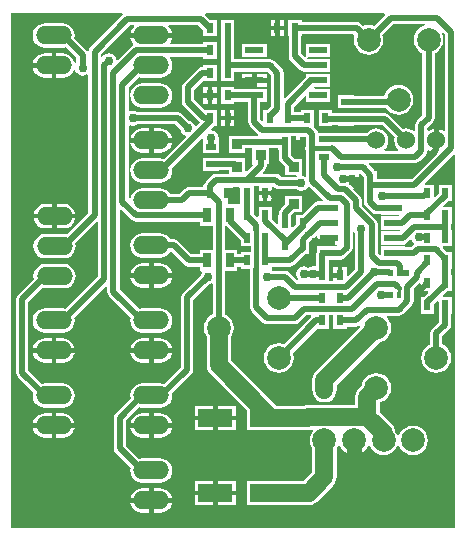
<source format=gtl>
G04 Layer_Physical_Order=1*
G04 Layer_Color=255*
%FSLAX43Y43*%
%MOMM*%
G71*
G01*
G75*
%ADD10R,0.900X0.900*%
%ADD11R,0.420X0.600*%
%ADD12R,1.550X0.600*%
%ADD13R,0.950X0.900*%
%ADD14R,0.889X0.610*%
%ADD15R,0.610X0.889*%
%ADD16R,0.711X1.295*%
%ADD17R,3.000X1.600*%
%ADD18C,1.524*%
%ADD19C,0.508*%
%ADD20C,0.254*%
%ADD21C,0.381*%
%ADD22C,1.270*%
%ADD23R,4.200X4.575*%
%ADD24R,4.225X4.425*%
%ADD25R,1.770X0.533*%
%ADD26R,1.397X0.864*%
%ADD27R,1.067X0.533*%
%ADD28R,1.194X0.584*%
%ADD29R,0.686X0.864*%
%ADD30R,0.457X0.432*%
%ADD31C,2.000*%
%ADD32C,1.524*%
%ADD33O,3.048X1.524*%
%ADD34C,0.762*%
G36*
X157260Y169073D02*
X156302Y168114D01*
X156187Y168162D01*
X155860Y168205D01*
X155533Y168162D01*
X155418Y168114D01*
X155221Y168311D01*
X155053Y168424D01*
X154855Y168463D01*
X150203D01*
Y168643D01*
X149085D01*
Y167247D01*
X149126D01*
Y165545D01*
X149166Y165346D01*
X149278Y165178D01*
X150053Y164404D01*
X150221Y164291D01*
X150419Y164252D01*
X150566D01*
Y164216D01*
X152624D01*
Y165324D01*
X150682D01*
X150660Y165359D01*
X150665Y165392D01*
X150728Y165486D01*
X152624D01*
Y166594D01*
X150566D01*
Y165601D01*
X150566Y165535D01*
X150441Y165480D01*
X150162Y165759D01*
Y167247D01*
X150203D01*
Y167427D01*
X154567D01*
X154654Y167306D01*
X154638Y167267D01*
X154595Y166940D01*
X154638Y166613D01*
X154765Y166308D01*
X154966Y166046D01*
X155228Y165845D01*
X155533Y165718D01*
X155860Y165675D01*
X156187Y165718D01*
X156492Y165845D01*
X156754Y166046D01*
X156955Y166308D01*
X157082Y166613D01*
X157125Y166940D01*
X157082Y167267D01*
X157034Y167382D01*
X157943Y168291D01*
X160619D01*
X160627Y168164D01*
X160613Y168162D01*
X160308Y168035D01*
X160046Y167834D01*
X159845Y167572D01*
X159718Y167267D01*
X159675Y166940D01*
X159718Y166613D01*
X159845Y166308D01*
X160046Y166046D01*
X160308Y165845D01*
X160422Y165797D01*
Y160555D01*
X159959Y160091D01*
X159846Y159923D01*
X159807Y159725D01*
Y159284D01*
X159680Y159221D01*
X159567Y159307D01*
X159320Y159410D01*
X159055Y159445D01*
X158797Y159411D01*
X157631Y160577D01*
X157463Y160689D01*
X157264Y160729D01*
X154673D01*
Y160770D01*
X153277D01*
Y160729D01*
X152743D01*
Y161023D01*
X151626D01*
Y159626D01*
X152743D01*
Y159693D01*
X153277D01*
Y159652D01*
X154673D01*
Y159693D01*
X157050D01*
X158064Y158678D01*
X158030Y158420D01*
X158065Y158155D01*
X158168Y157908D01*
X158330Y157695D01*
X158358Y157674D01*
X158318Y157554D01*
X157252D01*
X157212Y157674D01*
X157240Y157695D01*
X157402Y157908D01*
X157505Y158155D01*
X157540Y158420D01*
X157505Y158685D01*
X157402Y158932D01*
X157240Y159145D01*
X157027Y159307D01*
X156780Y159410D01*
X156515Y159445D01*
X156250Y159410D01*
X156003Y159307D01*
X155790Y159145D01*
X155719Y159052D01*
X154673D01*
Y159093D01*
X153277D01*
Y159052D01*
X152768D01*
Y159093D01*
X151581D01*
X151571Y159146D01*
X151458Y159314D01*
X151216Y159557D01*
X151245Y159626D01*
X151245D01*
Y161023D01*
X150127D01*
Y160843D01*
X149568D01*
Y161023D01*
X149527D01*
Y161295D01*
X150449Y162216D01*
X150566Y162168D01*
Y161676D01*
X152624D01*
Y162784D01*
X151293D01*
X151228Y162911D01*
X151253Y162946D01*
X152624D01*
Y164054D01*
X150566D01*
Y163798D01*
X148785Y162018D01*
X148668Y162066D01*
Y164150D01*
X148629Y164348D01*
X148516Y164516D01*
X147896Y165136D01*
X147728Y165249D01*
X147530Y165288D01*
X147224D01*
Y165324D01*
X145166D01*
Y165288D01*
X144593D01*
X144488Y165342D01*
Y166738D01*
X144447D01*
Y167247D01*
X144488D01*
Y168643D01*
X143370D01*
Y167247D01*
X143411D01*
Y166738D01*
X143370D01*
Y165342D01*
X143411D01*
Y164833D01*
X143370D01*
Y163436D01*
X144488D01*
Y164252D01*
X145166D01*
Y164216D01*
X147224D01*
Y164216D01*
X147351Y164217D01*
X147632Y163935D01*
Y161340D01*
X147316Y161023D01*
X146952D01*
Y160119D01*
X146835Y160070D01*
X146713Y160192D01*
Y161676D01*
X147224D01*
Y162784D01*
X145166D01*
Y162748D01*
X144488D01*
Y162928D01*
X143370D01*
Y161531D01*
X144488D01*
Y161712D01*
X145166D01*
Y161676D01*
X145677D01*
Y159977D01*
X145716Y159779D01*
X145829Y159611D01*
X146497Y158943D01*
X146504Y158938D01*
X146465Y158811D01*
X144913D01*
X144913Y158811D01*
X144878Y158804D01*
X144016D01*
Y157396D01*
X145424D01*
Y157775D01*
X146016D01*
Y156446D01*
X146016D01*
X146059Y156342D01*
X145541Y155824D01*
X145424Y155873D01*
Y156904D01*
X144593D01*
X144519Y156919D01*
X143243D01*
Y156960D01*
X141846D01*
Y155842D01*
X143243D01*
Y155883D01*
X144016D01*
Y155611D01*
X142977D01*
X142779Y155571D01*
X142611Y155459D01*
X142064Y154913D01*
X141952Y154745D01*
X141938Y154673D01*
X141872D01*
Y154493D01*
X140691D01*
X140493Y154454D01*
X140325Y154341D01*
X139841Y153858D01*
X139110D01*
X138952Y154065D01*
X138739Y154227D01*
X138492Y154330D01*
X138227Y154365D01*
X136703D01*
X136438Y154330D01*
X136191Y154227D01*
X135978Y154065D01*
X135816Y153852D01*
X135713Y153605D01*
X135710Y153585D01*
X135575Y153526D01*
X135545Y153548D01*
Y159633D01*
X135649Y159704D01*
X135672Y159701D01*
X135916Y159652D01*
X136163Y159701D01*
X136283Y159782D01*
X139511D01*
X139937Y159355D01*
X139966Y159214D01*
X140106Y159004D01*
X140316Y158863D01*
X140361Y158854D01*
X140398Y158733D01*
X138523Y156857D01*
X138492Y156870D01*
X138227Y156905D01*
X136703D01*
X136438Y156870D01*
X136191Y156767D01*
X135978Y156605D01*
X135816Y156392D01*
X135713Y156145D01*
X135678Y155880D01*
X135713Y155615D01*
X135816Y155368D01*
X135978Y155155D01*
X136191Y154993D01*
X136438Y154890D01*
X136703Y154855D01*
X138227D01*
X138492Y154890D01*
X138739Y154993D01*
X138952Y155155D01*
X139114Y155368D01*
X139217Y155615D01*
X139252Y155880D01*
X139224Y156093D01*
X141712Y158582D01*
X141851Y158541D01*
X141864Y158479D01*
X141846Y158458D01*
X141846D01*
Y157340D01*
X143243D01*
Y158458D01*
X143243D01*
X143176Y158540D01*
X143192Y158623D01*
X143143Y158871D01*
X143003Y159081D01*
X142793Y159221D01*
X142575Y159265D01*
X142514Y159384D01*
X142757Y159626D01*
X142990D01*
Y161023D01*
X141969D01*
X141082Y161911D01*
Y162701D01*
X141765Y163385D01*
X141872Y163436D01*
Y163436D01*
X141872Y163436D01*
X142990D01*
Y164833D01*
X141872D01*
Y164735D01*
X141783Y164653D01*
X141585Y164614D01*
X141417Y164501D01*
X141417Y164501D01*
X140198Y163282D01*
X140085Y163114D01*
X140046Y162916D01*
Y161697D01*
X140085Y161498D01*
X140198Y161330D01*
X141569Y159959D01*
X141574Y159909D01*
X141292Y159627D01*
X141171Y159664D01*
X141162Y159709D01*
X141022Y159919D01*
X140812Y160060D01*
X140670Y160088D01*
X140092Y160666D01*
X139924Y160778D01*
X139726Y160818D01*
X136283D01*
X136163Y160898D01*
X135916Y160947D01*
X135672Y160898D01*
X135649Y160895D01*
X135545Y160966D01*
Y162862D01*
X136460Y163777D01*
X136703Y163745D01*
X138227D01*
X138492Y163780D01*
X138739Y163883D01*
X138952Y164045D01*
X139114Y164258D01*
X139217Y164505D01*
X139252Y164770D01*
X139217Y165035D01*
X139114Y165282D01*
X139028Y165395D01*
X139091Y165522D01*
X141872D01*
Y165342D01*
X142990D01*
Y166738D01*
X141872D01*
Y166558D01*
X139091D01*
X139028Y166685D01*
X139114Y166798D01*
X139217Y167045D01*
X139227Y167120D01*
X137465D01*
X135703D01*
X135713Y167045D01*
X135816Y166798D01*
X135941Y166634D01*
X135943Y166628D01*
X135925Y166495D01*
X135914Y166475D01*
X135811Y166406D01*
X134626Y165222D01*
X134488Y165263D01*
X134456Y165424D01*
X134316Y165634D01*
X134106Y165775D01*
X133858Y165824D01*
X133610Y165775D01*
X133400Y165634D01*
X133309Y165498D01*
X133182Y165536D01*
Y165724D01*
X135648Y168189D01*
X135982D01*
X136023Y168069D01*
X135978Y168035D01*
X135816Y167822D01*
X135713Y167575D01*
X135703Y167501D01*
X137465D01*
X139227D01*
X139217Y167575D01*
X139114Y167822D01*
X138952Y168035D01*
X138907Y168069D01*
X138948Y168189D01*
X141454D01*
X141872Y167771D01*
Y167247D01*
X142990D01*
Y168643D01*
X142465D01*
X142035Y169073D01*
X142035Y169074D01*
X142074Y169200D01*
X157208D01*
X157260Y169073D01*
D02*
G37*
G36*
X135066Y169074D02*
X135066Y169073D01*
X132298Y166305D01*
X132186Y166137D01*
X132160Y166005D01*
X132025Y165978D01*
X132015Y165993D01*
X132015Y165993D01*
X130962Y167046D01*
X130997Y167310D01*
X130962Y167575D01*
X130859Y167822D01*
X130697Y168035D01*
X130484Y168197D01*
X130237Y168300D01*
X129972Y168335D01*
X128448D01*
X128183Y168300D01*
X127936Y168197D01*
X127723Y168035D01*
X127561Y167822D01*
X127458Y167575D01*
X127423Y167310D01*
X127458Y167045D01*
X127561Y166798D01*
X127723Y166585D01*
X127936Y166423D01*
X128183Y166320D01*
X128448Y166285D01*
X129972D01*
X130224Y166318D01*
X131130Y165412D01*
Y165026D01*
X131095Y164996D01*
X130977Y165031D01*
X130957Y165047D01*
X130859Y165282D01*
X130697Y165495D01*
X130484Y165657D01*
X130237Y165760D01*
X129972Y165795D01*
X129400D01*
Y164770D01*
Y163745D01*
X129972D01*
X130237Y163780D01*
X130484Y163883D01*
X130697Y164045D01*
X130859Y164258D01*
X130909Y164377D01*
X131041Y164364D01*
X131050Y164319D01*
X131191Y164109D01*
X131401Y163969D01*
X131648Y163919D01*
X131896Y163969D01*
X132019Y164051D01*
X132146Y163983D01*
Y152304D01*
X130302Y150460D01*
X130302Y150460D01*
X130037Y150495D01*
X128513D01*
X128248Y150460D01*
X128001Y150357D01*
X127788Y150195D01*
X127626Y149982D01*
X127523Y149735D01*
X127488Y149470D01*
X127523Y149205D01*
X127626Y148958D01*
X127788Y148745D01*
X128001Y148583D01*
X128248Y148480D01*
X128513Y148445D01*
X130037D01*
X130302Y148480D01*
X130549Y148583D01*
X130762Y148745D01*
X130924Y148958D01*
X131027Y149205D01*
X131062Y149470D01*
X131029Y149721D01*
X132867Y151560D01*
X132984Y151511D01*
Y146917D01*
X130237Y144170D01*
X130237Y144170D01*
X129972Y144205D01*
X128448D01*
X128183Y144170D01*
X127936Y144067D01*
X127723Y143905D01*
X127561Y143692D01*
X127458Y143445D01*
X127423Y143180D01*
X127458Y142915D01*
X127561Y142668D01*
X127723Y142455D01*
X127936Y142293D01*
X128183Y142190D01*
X128448Y142155D01*
X129972D01*
X130237Y142190D01*
X130484Y142293D01*
X130697Y142455D01*
X130859Y142668D01*
X130962Y142915D01*
X130997Y143180D01*
X130964Y143431D01*
X133629Y146097D01*
X133747Y146048D01*
Y145610D01*
X133786Y145412D01*
X133898Y145244D01*
X135711Y143431D01*
X135678Y143180D01*
X135713Y142915D01*
X135816Y142668D01*
X135978Y142455D01*
X136191Y142293D01*
X136438Y142190D01*
X136703Y142155D01*
X138227D01*
X138492Y142190D01*
X138739Y142293D01*
X138952Y142455D01*
X139114Y142668D01*
X139217Y142915D01*
X139252Y143180D01*
X139217Y143445D01*
X139114Y143692D01*
X138952Y143905D01*
X138739Y144067D01*
X138492Y144170D01*
X138227Y144205D01*
X136703D01*
X136438Y144170D01*
X136438Y144170D01*
X134783Y145825D01*
Y152566D01*
X134900Y152615D01*
X135811Y151704D01*
X135979Y151591D01*
X136177Y151552D01*
X141618D01*
Y151168D01*
X142662D01*
Y149162D01*
X141618D01*
Y148778D01*
X140855D01*
X139736Y149896D01*
X139568Y150009D01*
X139370Y150048D01*
X139110D01*
X138952Y150255D01*
X138739Y150417D01*
X138492Y150520D01*
X138227Y150555D01*
X136703D01*
X136438Y150520D01*
X136191Y150417D01*
X135978Y150255D01*
X135816Y150042D01*
X135713Y149795D01*
X135678Y149530D01*
X135713Y149265D01*
X135816Y149018D01*
X135978Y148805D01*
X136191Y148643D01*
X136438Y148540D01*
X136703Y148505D01*
X138227D01*
X138492Y148540D01*
X138739Y148643D01*
X138952Y148805D01*
X139057Y148943D01*
X139216Y148952D01*
X140274Y147894D01*
X140442Y147781D01*
X140640Y147742D01*
X141618D01*
Y147358D01*
X141663D01*
X141731Y147231D01*
X141667Y147136D01*
X141639Y146995D01*
X140147Y145502D01*
X140034Y145334D01*
X139995Y145136D01*
Y139229D01*
X138559Y137792D01*
X138492Y137820D01*
X138227Y137855D01*
X136703D01*
X136438Y137820D01*
X136191Y137717D01*
X135978Y137555D01*
X135816Y137342D01*
X135713Y137095D01*
X135678Y136830D01*
X135712Y136570D01*
X134457Y135315D01*
X134345Y135147D01*
X134305Y134948D01*
Y132352D01*
X134345Y132153D01*
X134457Y131985D01*
X135711Y130731D01*
X135678Y130480D01*
X135713Y130215D01*
X135816Y129968D01*
X135978Y129755D01*
X136191Y129593D01*
X136438Y129490D01*
X136703Y129455D01*
X138227D01*
X138492Y129490D01*
X138739Y129593D01*
X138952Y129755D01*
X139114Y129968D01*
X139217Y130215D01*
X139252Y130480D01*
X139217Y130745D01*
X139114Y130992D01*
X138952Y131205D01*
X138739Y131367D01*
X138492Y131470D01*
X138227Y131505D01*
X136703D01*
X136438Y131470D01*
X136438Y131470D01*
X135341Y132566D01*
Y134734D01*
X136447Y135839D01*
X136703Y135805D01*
X138227D01*
X138492Y135840D01*
X138739Y135943D01*
X138952Y136105D01*
X139114Y136318D01*
X139217Y136565D01*
X139252Y136830D01*
X139230Y136998D01*
X140879Y138648D01*
X140992Y138816D01*
X141031Y139014D01*
X141031Y139014D01*
Y144921D01*
X142372Y146262D01*
X142513Y146290D01*
X142550Y146315D01*
X142662Y146255D01*
Y143688D01*
X142548Y143640D01*
X142286Y143439D01*
X142085Y143177D01*
X141958Y142872D01*
X141915Y142545D01*
X141958Y142218D01*
X142085Y141913D01*
X142155Y141821D01*
Y139395D01*
X142155Y139395D01*
X142190Y139130D01*
X142293Y138883D01*
X142455Y138671D01*
X145531Y135595D01*
Y133871D01*
X149039D01*
Y133900D01*
X150689D01*
X150689Y133900D01*
X150954Y133935D01*
X151049Y133974D01*
X151104Y133952D01*
X151146Y133797D01*
X151035Y133652D01*
X150908Y133347D01*
X150865Y133020D01*
X150908Y132693D01*
X151035Y132388D01*
X151105Y132296D01*
Y130329D01*
X150376Y129600D01*
X149039D01*
Y129629D01*
X145531D01*
Y127521D01*
X149039D01*
Y127550D01*
X150800D01*
X150800Y127550D01*
X151065Y127585D01*
X151312Y127688D01*
X151525Y127850D01*
X152855Y129180D01*
X152855Y129180D01*
X153017Y129393D01*
X153120Y129640D01*
X153155Y129905D01*
Y132296D01*
X153225Y132388D01*
X153311Y132595D01*
X153449D01*
X153535Y132388D01*
X153736Y132126D01*
X153998Y131925D01*
X154303Y131798D01*
X154439Y131780D01*
Y133020D01*
X154820D01*
Y131780D01*
X154957Y131798D01*
X155262Y131925D01*
X155524Y132126D01*
X155725Y132388D01*
X155811Y132595D01*
X155949D01*
X156035Y132388D01*
X156236Y132126D01*
X156498Y131925D01*
X156803Y131798D01*
X157130Y131755D01*
X157457Y131798D01*
X157762Y131925D01*
X158024Y132126D01*
X158225Y132388D01*
X158311Y132595D01*
X158449D01*
X158535Y132388D01*
X158736Y132126D01*
X158998Y131925D01*
X159303Y131798D01*
X159630Y131755D01*
X159957Y131798D01*
X160262Y131925D01*
X160524Y132126D01*
X160725Y132388D01*
X160852Y132693D01*
X160895Y133020D01*
X160852Y133347D01*
X160725Y133652D01*
X160524Y133914D01*
X160262Y134115D01*
X159957Y134242D01*
X159630Y134285D01*
X159303Y134242D01*
X158998Y134115D01*
X158736Y133914D01*
X158535Y133652D01*
X158449Y133445D01*
X158311D01*
X158225Y133652D01*
X158144Y133759D01*
X158120Y133940D01*
X158017Y134187D01*
X157855Y134400D01*
X156794Y135460D01*
Y136237D01*
X156842Y136243D01*
X157147Y136370D01*
X157409Y136571D01*
X157610Y136833D01*
X157737Y137138D01*
X157780Y137465D01*
X157737Y137792D01*
X157610Y138097D01*
X157409Y138359D01*
X157147Y138560D01*
X156842Y138687D01*
X156515Y138730D01*
X156188Y138687D01*
X155883Y138560D01*
X155621Y138359D01*
X155420Y138097D01*
X155293Y137792D01*
X155278Y137677D01*
X155044Y137444D01*
X154882Y137231D01*
X154779Y136984D01*
X154744Y136719D01*
X154744Y136719D01*
Y136061D01*
X150800D01*
X150800Y136061D01*
X150535Y136026D01*
X150351Y135950D01*
X149039D01*
Y135979D01*
X148037D01*
X148010Y136015D01*
X144205Y139820D01*
Y141821D01*
X144275Y141913D01*
X144402Y142218D01*
X144445Y142545D01*
X144402Y142872D01*
X144275Y143177D01*
X144074Y143439D01*
X143812Y143640D01*
X143698Y143688D01*
Y147358D01*
X144742D01*
Y147742D01*
X145047D01*
Y147561D01*
X145821D01*
X145837Y147542D01*
Y144298D01*
X145876Y144099D01*
X145989Y143931D01*
X146929Y142992D01*
X147097Y142879D01*
X147295Y142840D01*
X149606D01*
X149804Y142879D01*
X149972Y142992D01*
X150595Y143615D01*
X150957D01*
X151010Y143488D01*
X148702Y141179D01*
X148587Y141227D01*
X148260Y141270D01*
X147933Y141227D01*
X147628Y141100D01*
X147366Y140899D01*
X147165Y140637D01*
X147038Y140332D01*
X146995Y140005D01*
X147038Y139678D01*
X147165Y139373D01*
X147366Y139111D01*
X147628Y138910D01*
X147933Y138783D01*
X148260Y138740D01*
X148587Y138783D01*
X148892Y138910D01*
X149154Y139111D01*
X149355Y139373D01*
X149482Y139678D01*
X149525Y140005D01*
X149482Y140332D01*
X149434Y140447D01*
X151469Y142482D01*
X152514D01*
Y143615D01*
X152895D01*
Y142482D01*
X154013D01*
Y142662D01*
X154788D01*
X154986Y142701D01*
X155043Y142739D01*
X155181Y142679D01*
X155184Y142663D01*
X151405Y138885D01*
X151243Y138672D01*
X151140Y138425D01*
X151105Y138160D01*
X151105Y138160D01*
Y137352D01*
X151092Y137287D01*
X151130Y137096D01*
X151140Y137022D01*
X151243Y136775D01*
X151405Y136563D01*
X151618Y136400D01*
X151865Y136297D01*
X152130Y136262D01*
X152395Y136297D01*
X152642Y136400D01*
X152855Y136563D01*
X153017Y136775D01*
X153120Y137022D01*
X153121Y137033D01*
X153125Y137039D01*
X153175Y137287D01*
X153155Y137387D01*
Y137736D01*
X156727Y141308D01*
X156842Y141323D01*
X157147Y141450D01*
X157409Y141651D01*
X157610Y141913D01*
X157737Y142218D01*
X157780Y142545D01*
X157737Y142872D01*
X157610Y143177D01*
X157409Y143439D01*
X157387Y143456D01*
X157428Y143576D01*
X158419D01*
X158617Y143616D01*
X158785Y143728D01*
X159519Y144462D01*
X159632Y144630D01*
X159671Y144829D01*
X159671Y144829D01*
Y145838D01*
X160170Y146337D01*
X160287Y146288D01*
Y145656D01*
X160887D01*
X160936Y145539D01*
X160545Y145148D01*
X160287D01*
Y143751D01*
X161404D01*
Y144543D01*
X161668Y144807D01*
X161786Y144758D01*
Y143751D01*
X161826D01*
Y143052D01*
X161229Y142454D01*
X161116Y142286D01*
X161077Y142088D01*
Y141148D01*
X160963Y141100D01*
X160701Y140899D01*
X160500Y140637D01*
X160373Y140332D01*
X160330Y140005D01*
X160373Y139678D01*
X160500Y139373D01*
X160701Y139111D01*
X160963Y138910D01*
X161268Y138783D01*
X161595Y138740D01*
X161922Y138783D01*
X162227Y138910D01*
X162489Y139111D01*
X162690Y139373D01*
X162817Y139678D01*
X162860Y140005D01*
X162817Y140332D01*
X162690Y140637D01*
X162489Y140899D01*
X162227Y141100D01*
X162113Y141148D01*
Y141873D01*
X162711Y142471D01*
X162823Y142639D01*
X162862Y142837D01*
Y143751D01*
X162903D01*
Y145148D01*
X162176D01*
X162127Y145266D01*
X162518Y145656D01*
X162903D01*
Y147053D01*
X162862D01*
Y147561D01*
X162903D01*
Y148958D01*
X162543D01*
X162153Y149349D01*
X162201Y149467D01*
X162903D01*
Y150863D01*
X162862D01*
Y151372D01*
X162903D01*
Y152768D01*
X162252D01*
X162204Y152886D01*
X162594Y153277D01*
X162903D01*
Y154673D01*
X161786D01*
Y153933D01*
X161522Y153669D01*
X161404Y153718D01*
Y154673D01*
X160677D01*
X160629Y154791D01*
X163083Y157245D01*
X163200Y157196D01*
Y125600D01*
X125600D01*
Y169200D01*
X135028D01*
X135066Y169074D01*
D02*
G37*
G36*
X162347Y167400D02*
Y159284D01*
X162220Y159221D01*
X162107Y159307D01*
X161860Y159410D01*
X161786Y159420D01*
Y158420D01*
X161405D01*
Y159420D01*
X161330Y159410D01*
X161083Y159307D01*
X160970Y159221D01*
X160843Y159284D01*
Y159510D01*
X161306Y159974D01*
X161419Y160142D01*
X161458Y160340D01*
Y165797D01*
X161572Y165845D01*
X161834Y166046D01*
X162035Y166308D01*
X162162Y166613D01*
X162205Y166940D01*
X162162Y167267D01*
X162064Y167504D01*
X162171Y167576D01*
X162347Y167400D01*
D02*
G37*
G36*
X149721Y158484D02*
X150279D01*
Y158293D01*
X150470D01*
Y157594D01*
X150574D01*
Y155413D01*
X150462Y155353D01*
X150413Y155386D01*
X150352Y155398D01*
X150259Y155481D01*
X150259Y155506D01*
Y156889D01*
X149559D01*
X149299Y157149D01*
Y157594D01*
X149339D01*
Y158791D01*
X149721D01*
Y158484D01*
D02*
G37*
G36*
X148222Y157594D02*
X148263D01*
Y156934D01*
X148302Y156736D01*
X148414Y156568D01*
X148801Y156182D01*
Y155481D01*
X149745D01*
X149801Y155354D01*
X149757Y155306D01*
X148484D01*
X148331Y155459D01*
X148163Y155571D01*
X147965Y155611D01*
X146959D01*
X146910Y155728D01*
X147086Y155904D01*
X147199Y156072D01*
X147238Y156270D01*
Y156446D01*
X147424D01*
Y157775D01*
X148222D01*
Y157594D01*
D02*
G37*
G36*
X161083Y157533D02*
X161330Y157430D01*
X161589Y157396D01*
X161617Y157359D01*
X161655Y157282D01*
X159501Y155128D01*
X156553D01*
Y155809D01*
X156424D01*
X156361Y155903D01*
X155873Y156391D01*
X155926Y156518D01*
X159830D01*
X160028Y156557D01*
X160196Y156669D01*
X160691Y157165D01*
X160804Y157333D01*
X160843Y157531D01*
X160843Y157531D01*
Y157556D01*
X160970Y157619D01*
X161083Y157533D01*
D02*
G37*
G36*
X146546Y154166D02*
X147104D01*
X147663D01*
Y154482D01*
X147790Y154535D01*
X147903Y154422D01*
X148071Y154309D01*
X148269Y154270D01*
X148269Y154270D01*
X149797D01*
X149917Y154190D01*
X150165Y154140D01*
X150413Y154190D01*
X150623Y154330D01*
X150725Y154484D01*
X150877Y154512D01*
X152012Y153376D01*
X151964Y153259D01*
X151516D01*
Y153216D01*
X151351Y153184D01*
X151183Y153071D01*
X150245Y152133D01*
X149721D01*
Y151342D01*
X149457Y151078D01*
X149339Y151127D01*
Y152112D01*
X149559Y152331D01*
X150259D01*
Y153739D01*
X148801D01*
Y153038D01*
X148414Y152652D01*
X148302Y152484D01*
X148263Y152286D01*
Y152133D01*
X148222D01*
Y151414D01*
X148105Y151365D01*
X147663Y151806D01*
Y152768D01*
X146546D01*
Y152000D01*
X146428Y151951D01*
X146165Y152215D01*
Y152768D01*
X146124D01*
Y153277D01*
X146165D01*
Y154575D01*
X146546D01*
Y154166D01*
D02*
G37*
G36*
X155436Y155363D02*
Y154411D01*
X155476D01*
Y153226D01*
X155516Y153027D01*
X155628Y152859D01*
X156149Y152339D01*
X156317Y152226D01*
X156515Y152187D01*
X156916D01*
Y152151D01*
X158406D01*
X158472Y152024D01*
X158447Y151989D01*
X156916D01*
Y150881D01*
X158495D01*
X158561Y150754D01*
X158536Y150719D01*
X156916D01*
Y149611D01*
X158974D01*
Y149684D01*
X158987Y149686D01*
X159155Y149799D01*
X159363Y150007D01*
X159487Y149983D01*
X159500Y149965D01*
X159639Y149758D01*
X159692Y149722D01*
Y149595D01*
X159667Y149579D01*
X159501Y149413D01*
X158974D01*
Y149449D01*
X156916D01*
Y148783D01*
X156799Y148734D01*
X156652Y148881D01*
Y151308D01*
X156613Y151506D01*
X156500Y151674D01*
X155280Y152894D01*
Y153359D01*
X155241Y153557D01*
X155129Y153725D01*
X154559Y154294D01*
X154608Y154411D01*
X155055D01*
Y154919D01*
X154496D01*
Y155301D01*
X155055D01*
Y155616D01*
X155183D01*
X155436Y155363D01*
D02*
G37*
G36*
X145047Y149991D02*
Y149467D01*
X145902D01*
Y148958D01*
X145047D01*
Y148778D01*
X144742D01*
Y149162D01*
X143698D01*
Y151168D01*
X143870D01*
X145047Y149991D01*
D02*
G37*
G36*
X151516Y150306D02*
Y149611D01*
X152355D01*
Y150165D01*
X152736D01*
Y149611D01*
X153232D01*
X153300Y149484D01*
X153277Y149449D01*
X151516D01*
Y149037D01*
X151477Y148979D01*
X151438Y148781D01*
Y147863D01*
X151311Y147765D01*
X151150Y147797D01*
X150902Y147748D01*
X150775Y147663D01*
X150648Y147748D01*
X150400Y147797D01*
X150152Y147748D01*
X149942Y147608D01*
X149802Y147398D01*
X149753Y147150D01*
X149802Y146902D01*
X149920Y146726D01*
X149888Y146617D01*
X149869Y146590D01*
X149808Y146581D01*
X149134Y147255D01*
X148966Y147367D01*
X148768Y147406D01*
X147719D01*
X147689Y147445D01*
X147663Y147561D01*
X147663D01*
Y147742D01*
X149225D01*
X149423Y147781D01*
X149591Y147894D01*
X150529Y148831D01*
X150838D01*
Y149813D01*
X151101Y150076D01*
X151161Y150116D01*
X151399Y150354D01*
X151516Y150306D01*
D02*
G37*
G36*
X154647Y150679D02*
X154727Y150559D01*
Y147528D01*
X154130Y146931D01*
X154013Y146980D01*
Y147689D01*
X153645D01*
Y146990D01*
X153454D01*
Y146799D01*
X152895D01*
Y146555D01*
X152514D01*
Y147689D01*
X152474D01*
Y148341D01*
X153574D01*
Y148383D01*
X153741Y148416D01*
X153909Y148529D01*
X154367Y148986D01*
X154367Y148986D01*
X154479Y149154D01*
X154518Y149352D01*
Y150674D01*
X154645Y150687D01*
X154647Y150679D01*
D02*
G37*
%LPC*%
G36*
X148704Y168643D02*
X148336D01*
Y168135D01*
X148704D01*
Y168643D01*
D02*
G37*
G36*
X147955D02*
X147587D01*
Y168135D01*
X147955D01*
Y168643D01*
D02*
G37*
G36*
X148704Y167755D02*
X148336D01*
Y167247D01*
X148704D01*
Y167755D01*
D02*
G37*
G36*
X147955D02*
X147587D01*
Y167247D01*
X147955D01*
Y167755D01*
D02*
G37*
G36*
X147224Y166594D02*
X145166D01*
Y165486D01*
X147224D01*
Y166594D01*
D02*
G37*
G36*
Y164054D02*
X146385D01*
Y163691D01*
X147224D01*
Y164054D01*
D02*
G37*
G36*
X146005D02*
X145166D01*
Y163691D01*
X146005D01*
Y164054D01*
D02*
G37*
G36*
X147224Y163309D02*
X146385D01*
Y162946D01*
X147224D01*
Y163309D01*
D02*
G37*
G36*
X146005D02*
X145166D01*
Y162946D01*
X146005D01*
Y163309D01*
D02*
G37*
G36*
X142990Y162928D02*
X142621D01*
Y162421D01*
X142990D01*
Y162928D01*
D02*
G37*
G36*
X142240D02*
X141872D01*
Y162421D01*
X142240D01*
Y162928D01*
D02*
G37*
G36*
X158400Y163125D02*
X158073Y163082D01*
X157768Y162955D01*
X157506Y162754D01*
X157305Y162492D01*
X157195Y162227D01*
X154673D01*
Y162268D01*
X153277D01*
Y161150D01*
X154673D01*
Y161191D01*
X157332D01*
X157506Y160966D01*
X157768Y160765D01*
X158073Y160638D01*
X158400Y160595D01*
X158727Y160638D01*
X159032Y160765D01*
X159294Y160966D01*
X159495Y161228D01*
X159622Y161533D01*
X159665Y161860D01*
X159622Y162187D01*
X159495Y162492D01*
X159294Y162754D01*
X159032Y162955D01*
X158727Y163082D01*
X158400Y163125D01*
D02*
G37*
G36*
X142990Y162040D02*
X142621D01*
Y161531D01*
X142990D01*
Y162040D01*
D02*
G37*
G36*
X142240D02*
X141872D01*
Y161531D01*
X142240D01*
Y162040D01*
D02*
G37*
G36*
X138227Y163255D02*
X136703D01*
X136438Y163220D01*
X136191Y163117D01*
X135978Y162955D01*
X135816Y162742D01*
X135713Y162495D01*
X135678Y162230D01*
X135713Y161965D01*
X135816Y161718D01*
X135978Y161505D01*
X136191Y161343D01*
X136438Y161240D01*
X136703Y161205D01*
X138227D01*
X138492Y161240D01*
X138739Y161343D01*
X138952Y161505D01*
X139114Y161718D01*
X139217Y161965D01*
X139252Y162230D01*
X139217Y162495D01*
X139114Y162742D01*
X138952Y162955D01*
X138739Y163117D01*
X138492Y163220D01*
X138227Y163255D01*
D02*
G37*
G36*
X144488Y161023D02*
X144120D01*
Y160516D01*
X144488D01*
Y161023D01*
D02*
G37*
G36*
X143739D02*
X143370D01*
Y160516D01*
X143739D01*
Y161023D01*
D02*
G37*
G36*
X144488Y160135D02*
X144120D01*
Y159626D01*
X144488D01*
Y160135D01*
D02*
G37*
G36*
X143739D02*
X143370D01*
Y159626D01*
X143739D01*
Y160135D01*
D02*
G37*
G36*
X138227Y159445D02*
X137656D01*
Y158611D01*
X139227D01*
X139217Y158685D01*
X139114Y158932D01*
X138952Y159145D01*
X138739Y159307D01*
X138492Y159410D01*
X138227Y159445D01*
D02*
G37*
G36*
X137275D02*
X136703D01*
X136438Y159410D01*
X136191Y159307D01*
X135978Y159145D01*
X135816Y158932D01*
X135713Y158685D01*
X135703Y158611D01*
X137275D01*
Y159445D01*
D02*
G37*
G36*
X139227Y158230D02*
X137656D01*
Y157395D01*
X138227D01*
X138492Y157430D01*
X138739Y157533D01*
X138952Y157695D01*
X139114Y157908D01*
X139217Y158155D01*
X139227Y158230D01*
D02*
G37*
G36*
X137275D02*
X135703D01*
X135713Y158155D01*
X135816Y157908D01*
X135978Y157695D01*
X136191Y157533D01*
X136438Y157430D01*
X136703Y157395D01*
X137275D01*
Y158230D01*
D02*
G37*
G36*
X129020Y165795D02*
X128448D01*
X128183Y165760D01*
X127936Y165657D01*
X127723Y165495D01*
X127561Y165282D01*
X127458Y165035D01*
X127448Y164961D01*
X129020D01*
Y165795D01*
D02*
G37*
G36*
Y164580D02*
X127448D01*
X127458Y164505D01*
X127561Y164258D01*
X127723Y164045D01*
X127936Y163883D01*
X128183Y163780D01*
X128448Y163745D01*
X129020D01*
Y164580D01*
D02*
G37*
G36*
X129090Y160744D02*
Y159191D01*
X130644D01*
X130629Y159344D01*
X130528Y159674D01*
X130365Y159979D01*
X130146Y160246D01*
X129879Y160465D01*
X129574Y160628D01*
X129244Y160729D01*
X129090Y160744D01*
D02*
G37*
G36*
X128710D02*
X128556Y160729D01*
X128226Y160628D01*
X127921Y160465D01*
X127654Y160246D01*
X127435Y159979D01*
X127272Y159674D01*
X127171Y159344D01*
X127156Y159191D01*
X128710D01*
Y160744D01*
D02*
G37*
G36*
X130644Y158809D02*
X129090D01*
Y157256D01*
X129244Y157271D01*
X129574Y157372D01*
X129879Y157535D01*
X130146Y157754D01*
X130365Y158021D01*
X130528Y158326D01*
X130629Y158656D01*
X130644Y158809D01*
D02*
G37*
G36*
X128710D02*
X127156D01*
X127171Y158656D01*
X127272Y158326D01*
X127435Y158021D01*
X127654Y157754D01*
X127921Y157535D01*
X128226Y157372D01*
X128556Y157271D01*
X128710Y157256D01*
Y158809D01*
D02*
G37*
G36*
X130037Y153035D02*
X129466D01*
Y152201D01*
X131037D01*
X131027Y152275D01*
X130924Y152522D01*
X130762Y152735D01*
X130549Y152897D01*
X130302Y153000D01*
X130037Y153035D01*
D02*
G37*
G36*
X129085D02*
X128513D01*
X128248Y153000D01*
X128001Y152897D01*
X127788Y152735D01*
X127626Y152522D01*
X127523Y152275D01*
X127513Y152201D01*
X129085D01*
Y153035D01*
D02*
G37*
G36*
X131037Y151820D02*
X129466D01*
Y150985D01*
X130037D01*
X130302Y151020D01*
X130549Y151123D01*
X130762Y151285D01*
X130924Y151498D01*
X131027Y151745D01*
X131037Y151820D01*
D02*
G37*
G36*
X129085D02*
X127513D01*
X127523Y151745D01*
X127626Y151498D01*
X127788Y151285D01*
X128001Y151123D01*
X128248Y151020D01*
X128513Y150985D01*
X129085D01*
Y151820D01*
D02*
G37*
G36*
X138227Y148015D02*
X137656D01*
Y147181D01*
X139227D01*
X139217Y147255D01*
X139114Y147502D01*
X138952Y147715D01*
X138739Y147877D01*
X138492Y147980D01*
X138227Y148015D01*
D02*
G37*
G36*
X137275D02*
X136703D01*
X136438Y147980D01*
X136191Y147877D01*
X135978Y147715D01*
X135816Y147502D01*
X135713Y147255D01*
X135703Y147181D01*
X137275D01*
Y148015D01*
D02*
G37*
G36*
X139227Y146800D02*
X137656D01*
Y145965D01*
X138227D01*
X138492Y146000D01*
X138739Y146103D01*
X138952Y146265D01*
X139114Y146478D01*
X139217Y146725D01*
X139227Y146800D01*
D02*
G37*
G36*
X137275D02*
X135703D01*
X135713Y146725D01*
X135816Y146478D01*
X135978Y146265D01*
X136191Y146103D01*
X136438Y146000D01*
X136703Y145965D01*
X137275D01*
Y146800D01*
D02*
G37*
G36*
X130037Y147955D02*
X128513D01*
X128248Y147920D01*
X128001Y147817D01*
X127788Y147655D01*
X127626Y147442D01*
X127523Y147195D01*
X127488Y146930D01*
X127521Y146679D01*
X126184Y145341D01*
X126071Y145173D01*
X126032Y144975D01*
Y138725D01*
X126071Y138527D01*
X126184Y138359D01*
X127457Y137086D01*
X127423Y136830D01*
X127458Y136565D01*
X127561Y136318D01*
X127723Y136105D01*
X127936Y135943D01*
X128183Y135840D01*
X128448Y135805D01*
X129972D01*
X130237Y135840D01*
X130484Y135943D01*
X130697Y136105D01*
X130859Y136318D01*
X130962Y136565D01*
X130997Y136830D01*
X130962Y137095D01*
X130859Y137342D01*
X130697Y137555D01*
X130484Y137717D01*
X130237Y137820D01*
X129972Y137855D01*
X128448D01*
X128187Y137820D01*
X127068Y138940D01*
Y144760D01*
X128248Y145940D01*
X128248Y145940D01*
X128513Y145905D01*
X130037D01*
X130302Y145940D01*
X130549Y146043D01*
X130762Y146205D01*
X130924Y146418D01*
X131027Y146665D01*
X131062Y146930D01*
X131027Y147195D01*
X130924Y147442D01*
X130762Y147655D01*
X130549Y147817D01*
X130302Y147920D01*
X130037Y147955D01*
D02*
G37*
G36*
X138227Y141665D02*
X137656D01*
Y140831D01*
X139227D01*
X139217Y140905D01*
X139114Y141152D01*
X138952Y141365D01*
X138739Y141527D01*
X138492Y141630D01*
X138227Y141665D01*
D02*
G37*
G36*
X129972D02*
X129400D01*
Y140831D01*
X130972D01*
X130962Y140905D01*
X130859Y141152D01*
X130697Y141365D01*
X130484Y141527D01*
X130237Y141630D01*
X129972Y141665D01*
D02*
G37*
G36*
X137275D02*
X136703D01*
X136438Y141630D01*
X136191Y141527D01*
X135978Y141365D01*
X135816Y141152D01*
X135713Y140905D01*
X135703Y140831D01*
X137275D01*
Y141665D01*
D02*
G37*
G36*
X129020D02*
X128448D01*
X128183Y141630D01*
X127936Y141527D01*
X127723Y141365D01*
X127561Y141152D01*
X127458Y140905D01*
X127448Y140831D01*
X129020D01*
Y141665D01*
D02*
G37*
G36*
X139227Y140450D02*
X137656D01*
Y139615D01*
X138227D01*
X138492Y139650D01*
X138739Y139753D01*
X138952Y139915D01*
X139114Y140128D01*
X139217Y140375D01*
X139227Y140450D01*
D02*
G37*
G36*
X137275D02*
X135703D01*
X135713Y140375D01*
X135816Y140128D01*
X135978Y139915D01*
X136191Y139753D01*
X136438Y139650D01*
X136703Y139615D01*
X137275D01*
Y140450D01*
D02*
G37*
G36*
X130972D02*
X129400D01*
Y139615D01*
X129972D01*
X130237Y139650D01*
X130484Y139753D01*
X130697Y139915D01*
X130859Y140128D01*
X130962Y140375D01*
X130972Y140450D01*
D02*
G37*
G36*
X129020D02*
X127448D01*
X127458Y140375D01*
X127561Y140128D01*
X127723Y139915D01*
X127936Y139753D01*
X128183Y139650D01*
X128448Y139615D01*
X129020D01*
Y140450D01*
D02*
G37*
G36*
X144639Y135979D02*
X143075D01*
Y135116D01*
X144639D01*
Y135979D01*
D02*
G37*
G36*
X142694D02*
X141131D01*
Y135116D01*
X142694D01*
Y135979D01*
D02*
G37*
G36*
X138227Y135315D02*
X137656D01*
Y134481D01*
X139227D01*
X139217Y134555D01*
X139114Y134802D01*
X138952Y135015D01*
X138739Y135177D01*
X138492Y135280D01*
X138227Y135315D01*
D02*
G37*
G36*
X129972D02*
X129400D01*
Y134481D01*
X130972D01*
X130962Y134555D01*
X130859Y134802D01*
X130697Y135015D01*
X130484Y135177D01*
X130237Y135280D01*
X129972Y135315D01*
D02*
G37*
G36*
X137275D02*
X136703D01*
X136438Y135280D01*
X136191Y135177D01*
X135978Y135015D01*
X135816Y134802D01*
X135713Y134555D01*
X135703Y134481D01*
X137275D01*
Y135315D01*
D02*
G37*
G36*
X129020D02*
X128448D01*
X128183Y135280D01*
X127936Y135177D01*
X127723Y135015D01*
X127561Y134802D01*
X127458Y134555D01*
X127448Y134481D01*
X129020D01*
Y135315D01*
D02*
G37*
G36*
X144639Y134735D02*
X143075D01*
Y133871D01*
X144639D01*
Y134735D01*
D02*
G37*
G36*
X142694D02*
X141131D01*
Y133871D01*
X142694D01*
Y134735D01*
D02*
G37*
G36*
X139227Y134100D02*
X137656D01*
Y133265D01*
X138227D01*
X138492Y133300D01*
X138739Y133403D01*
X138952Y133565D01*
X139114Y133778D01*
X139217Y134025D01*
X139227Y134100D01*
D02*
G37*
G36*
X137275D02*
X135703D01*
X135713Y134025D01*
X135816Y133778D01*
X135978Y133565D01*
X136191Y133403D01*
X136438Y133300D01*
X136703Y133265D01*
X137275D01*
Y134100D01*
D02*
G37*
G36*
X130972D02*
X129400D01*
Y133265D01*
X129972D01*
X130237Y133300D01*
X130484Y133403D01*
X130697Y133565D01*
X130859Y133778D01*
X130962Y134025D01*
X130972Y134100D01*
D02*
G37*
G36*
X129020D02*
X127448D01*
X127458Y134025D01*
X127561Y133778D01*
X127723Y133565D01*
X127936Y133403D01*
X128183Y133300D01*
X128448Y133265D01*
X129020D01*
Y134100D01*
D02*
G37*
G36*
X129091Y130744D02*
Y129191D01*
X130644D01*
X130629Y129344D01*
X130528Y129674D01*
X130365Y129979D01*
X130146Y130246D01*
X129879Y130465D01*
X129574Y130628D01*
X129244Y130729D01*
X129091Y130744D01*
D02*
G37*
G36*
X128710D02*
X128556Y130729D01*
X128226Y130628D01*
X127921Y130465D01*
X127654Y130246D01*
X127435Y129979D01*
X127272Y129674D01*
X127171Y129344D01*
X127156Y129191D01*
X128710D01*
Y130744D01*
D02*
G37*
G36*
X144639Y129629D02*
X143076D01*
Y128766D01*
X144639D01*
Y129629D01*
D02*
G37*
G36*
X142695D02*
X141131D01*
Y128766D01*
X142695D01*
Y129629D01*
D02*
G37*
G36*
X138227Y128965D02*
X137656D01*
Y128131D01*
X139227D01*
X139217Y128205D01*
X139114Y128452D01*
X138952Y128665D01*
X138739Y128827D01*
X138492Y128930D01*
X138227Y128965D01*
D02*
G37*
G36*
X137275D02*
X136703D01*
X136438Y128930D01*
X136191Y128827D01*
X135978Y128665D01*
X135816Y128452D01*
X135713Y128205D01*
X135703Y128131D01*
X137275D01*
Y128965D01*
D02*
G37*
G36*
X144639Y128385D02*
X143076D01*
Y127521D01*
X144639D01*
Y128385D01*
D02*
G37*
G36*
X142695D02*
X141131D01*
Y127521D01*
X142695D01*
Y128385D01*
D02*
G37*
G36*
X130644Y128809D02*
X129091D01*
Y127256D01*
X129244Y127271D01*
X129574Y127372D01*
X129879Y127535D01*
X130146Y127754D01*
X130365Y128021D01*
X130528Y128326D01*
X130629Y128656D01*
X130644Y128809D01*
D02*
G37*
G36*
X128710D02*
X127156D01*
X127171Y128656D01*
X127272Y128326D01*
X127435Y128021D01*
X127654Y127754D01*
X127921Y127535D01*
X128226Y127372D01*
X128556Y127271D01*
X128710Y127256D01*
Y128809D01*
D02*
G37*
G36*
X139227Y127750D02*
X137656D01*
Y126915D01*
X138227D01*
X138492Y126950D01*
X138739Y127053D01*
X138952Y127215D01*
X139114Y127428D01*
X139217Y127675D01*
X139227Y127750D01*
D02*
G37*
G36*
X137275D02*
X135703D01*
X135713Y127675D01*
X135816Y127428D01*
X135978Y127215D01*
X136191Y127053D01*
X136438Y126950D01*
X136703Y126915D01*
X137275D01*
Y127750D01*
D02*
G37*
G36*
X150089Y158102D02*
X149721D01*
Y157594D01*
X150089D01*
Y158102D01*
D02*
G37*
G36*
X147663Y153785D02*
X147295D01*
Y153277D01*
X147663D01*
Y153785D01*
D02*
G37*
G36*
X146914D02*
X146546D01*
Y153277D01*
X146914D01*
Y153785D01*
D02*
G37*
G36*
X153264Y147689D02*
X152895D01*
Y147180D01*
X153264D01*
Y147689D01*
D02*
G37*
%LPD*%
D10*
X146720Y157150D02*
D03*
X144720Y156200D02*
D03*
Y158100D02*
D03*
D11*
X157785Y145339D02*
D03*
X158435D02*
D03*
X159085D02*
D03*
X157785Y147239D02*
D03*
X158435D02*
D03*
X159085D02*
D03*
D12*
X157945Y148895D02*
D03*
Y150165D02*
D03*
Y151435D02*
D03*
Y152705D02*
D03*
X152545Y148895D02*
D03*
Y150165D02*
D03*
Y151435D02*
D03*
Y152705D02*
D03*
X146195Y166040D02*
D03*
Y164770D02*
D03*
Y163500D02*
D03*
Y162230D02*
D03*
X151595Y166040D02*
D03*
Y164770D02*
D03*
Y163500D02*
D03*
Y162230D02*
D03*
D13*
X149530Y156185D02*
D03*
Y153035D02*
D03*
D14*
X152070Y157036D02*
D03*
Y158534D02*
D03*
X153975D02*
D03*
Y157036D02*
D03*
Y160211D02*
D03*
Y161709D02*
D03*
X142545Y157899D02*
D03*
Y156401D02*
D03*
D15*
X152184Y160325D02*
D03*
X150686D02*
D03*
X149009D02*
D03*
X147511D02*
D03*
X150279Y158293D02*
D03*
X148781D02*
D03*
X155994Y155110D02*
D03*
X154496D02*
D03*
X149644Y167945D02*
D03*
X148146D02*
D03*
X143929Y166040D02*
D03*
X142431D02*
D03*
X143929Y167945D02*
D03*
X142431D02*
D03*
X143929Y164135D02*
D03*
X142431D02*
D03*
Y162230D02*
D03*
X143929D02*
D03*
X142431Y160325D02*
D03*
X143929D02*
D03*
Y153975D02*
D03*
X142431D02*
D03*
X148781Y151435D02*
D03*
X150279D02*
D03*
X145606Y153975D02*
D03*
X147104D02*
D03*
X145606Y152070D02*
D03*
X147104D02*
D03*
X148781Y149530D02*
D03*
X150279D02*
D03*
X147104Y148260D02*
D03*
X145606D02*
D03*
X147104Y150165D02*
D03*
X145606D02*
D03*
X151956Y145085D02*
D03*
X153454D02*
D03*
X151956Y143180D02*
D03*
X153454D02*
D03*
Y146990D02*
D03*
X151956D02*
D03*
X160846Y144450D02*
D03*
X162344D02*
D03*
X160846Y153975D02*
D03*
X162344D02*
D03*
X160846Y152070D02*
D03*
X162344D02*
D03*
Y146355D02*
D03*
X160846D02*
D03*
X162344Y148260D02*
D03*
X160846D02*
D03*
X162344Y150165D02*
D03*
X160846D02*
D03*
D16*
X142227Y148260D02*
D03*
X144133D02*
D03*
X142227Y152070D02*
D03*
X144133D02*
D03*
D17*
X142885Y134925D02*
D03*
X147285D02*
D03*
Y128575D02*
D03*
X142885D02*
D03*
D18*
X147285Y134925D02*
Y135290D01*
X143180Y139395D02*
X147285Y135290D01*
X143180Y139395D02*
Y142545D01*
X147285Y128575D02*
X150800D01*
X152130Y129905D01*
Y133020D01*
X155769Y135036D02*
X157130Y133675D01*
Y133020D02*
Y133675D01*
X155769Y135036D02*
Y136719D01*
X156515Y137465D01*
X150800Y135036D02*
X155769D01*
X147285Y134925D02*
X150689D01*
X150800Y135036D01*
X152130Y138160D02*
X156515Y142545D01*
X152130Y137287D02*
Y138160D01*
D19*
X140564Y162916D02*
X141783Y164135D01*
X140564Y161697D02*
Y162916D01*
Y161697D02*
X141935Y160325D01*
X140691Y153975D02*
X142431D01*
X140056Y153340D02*
X140691Y153975D01*
X137465Y153340D02*
X140056D01*
X134823Y134948D02*
X136705Y136830D01*
X134823Y132352D02*
Y134948D01*
Y132352D02*
X136695Y130480D01*
X160757Y156769D02*
X161595Y157607D01*
Y158420D01*
X129210Y167310D02*
X129965D01*
X129210Y143180D02*
X129980D01*
X136695D02*
X137465D01*
X136695Y130480D02*
X137465D01*
X136705Y136830D02*
X137465D01*
X126550Y144975D02*
X128505Y146930D01*
X126550Y138725D02*
Y144975D01*
Y138725D02*
X128445Y136830D01*
X129210D01*
X136720Y164770D02*
X137465D01*
X128505Y146930D02*
X129275D01*
Y149470D02*
X130045D01*
X160846Y152070D02*
Y152260D01*
X162344Y153759D01*
Y153975D01*
Y150165D02*
Y151117D01*
X161595Y140005D02*
Y142088D01*
X162344Y142837D01*
Y144450D01*
X160846Y148095D02*
Y148260D01*
X152070Y158534D02*
X153975D01*
Y160211D02*
X157264D01*
X159055Y158420D01*
X149009Y160325D02*
X150686D01*
X143929Y166040D02*
Y167945D01*
Y164770D02*
X146195D01*
X143929Y164135D02*
Y164770D01*
Y166040D01*
X158623Y147239D02*
X159030D01*
X151956Y146990D02*
Y148781D01*
X152070Y148895D01*
X152545D01*
X149644Y165545D02*
Y167945D01*
Y165545D02*
X150419Y164770D01*
X151595D01*
X149644Y167945D02*
X154855D01*
X155860Y166940D01*
X143929Y162230D02*
X146195D01*
Y159977D02*
Y162230D01*
Y159977D02*
X146863Y159309D01*
X159830Y157036D02*
X160325Y157531D01*
X153975Y157036D02*
X159830D01*
X162344Y146355D02*
Y148260D01*
X160846Y144450D02*
Y144717D01*
X162344Y146215D01*
Y146355D01*
X160325Y157531D02*
Y159725D01*
X160940Y160340D01*
Y166940D01*
X156900Y145325D02*
X157709D01*
X147511Y160325D02*
Y160486D01*
X151549Y152705D02*
X152545D01*
X150279Y151435D02*
X151549Y152705D01*
X137465Y149530D02*
X139370D01*
X140640Y148260D01*
X142227D01*
X144720Y158100D02*
X144913Y158293D01*
X148781D01*
X148260Y145085D02*
X151956D01*
X147104Y148260D02*
Y150165D01*
X142431Y153975D02*
X143180Y153226D01*
X144133Y148260D02*
X145606D01*
X144133Y151638D02*
Y152070D01*
Y151638D02*
X145606Y150165D01*
Y152070D02*
Y153975D01*
X157945Y151435D02*
X158699D01*
X159334Y152070D01*
X160846D01*
X162344Y151117D02*
Y152070D01*
X160592Y153721D02*
X160846Y153975D01*
X157023Y153721D02*
X160592D01*
X147104Y148260D02*
X149225D01*
X150279Y149314D01*
Y149530D01*
X142431Y153975D02*
Y154546D01*
X142977Y155093D01*
X146720Y156270D02*
Y157150D01*
X145542Y155093D02*
X146720Y156270D01*
X142977Y155093D02*
X145542D01*
X153975Y158534D02*
X156401D01*
X156515Y158420D01*
X152184Y160325D02*
X152299Y160211D01*
X153975D01*
Y161709D02*
X158249D01*
X158400Y161860D01*
X142545Y156401D02*
X144519D01*
X144720Y156200D01*
X148781Y152286D02*
X149530Y153035D01*
X148781Y151435D02*
Y152286D01*
X147104Y151633D02*
Y152070D01*
Y151633D02*
X148781Y149956D01*
Y149530D02*
Y149956D01*
X159969Y146869D02*
Y147219D01*
X160846Y148095D01*
X162344Y148260D02*
Y148425D01*
X160096Y150216D02*
X160846D01*
X158788Y150165D02*
X159741Y151117D01*
X162344D01*
X157945Y148895D02*
X159715D01*
X160033Y149212D01*
X161557D01*
X162344Y148425D01*
X157945Y150165D02*
X158788D01*
X148260Y140005D02*
X151435Y143180D01*
X151956D01*
X137465Y155880D02*
X138278D01*
X155860Y166940D02*
X157729Y168809D01*
X161671D01*
X162865Y167615D01*
Y157760D02*
Y167615D01*
X155994Y154610D02*
X159715D01*
X162865Y157760D01*
X148781Y156934D02*
Y158293D01*
Y156934D02*
X149530Y156185D01*
X142545Y157899D02*
Y158623D01*
X138278Y155880D02*
X142431Y160033D01*
Y160325D01*
X137465Y136830D02*
X138329D01*
X143180Y142545D02*
Y153226D01*
X138329Y136830D02*
X140513Y139014D01*
X153970Y146038D02*
X155245Y147313D01*
Y150927D01*
X149619Y146038D02*
X153970D01*
X153454Y145085D02*
X154127D01*
X153454Y143180D02*
X154788D01*
X155702Y144094D01*
X158419D01*
X148781Y149530D02*
Y149670D01*
X150279Y151168D01*
Y151435D01*
X150775Y150482D02*
X150795D01*
X150279Y149530D02*
Y149987D01*
X150775Y150482D01*
X150795D02*
X151747Y151435D01*
X152545D01*
X146863Y159309D02*
X150731D01*
X151092Y158948D01*
X152545Y148895D02*
X153543D01*
X154000Y149352D01*
X154450Y144133D02*
X156551Y146233D01*
X150381Y144133D02*
X154450D01*
X149606Y143358D02*
X150381Y144133D01*
X147295Y143358D02*
X149606D01*
X158419Y144094D02*
X159153Y144829D01*
X156551Y146233D02*
X158135D01*
X158382Y145986D01*
X158503Y147359D02*
X158623Y147239D01*
X156718Y148082D02*
X158242D01*
X158503Y147821D01*
Y147359D02*
Y147821D01*
X157628Y147244D02*
X157633Y147239D01*
X156286Y147244D02*
X157628D01*
X154127Y145085D02*
X156286Y147244D01*
X155994Y153226D02*
Y154610D01*
Y153226D02*
X156515Y152705D01*
X157945D01*
X153213Y156134D02*
X155397D01*
X155994Y155537D01*
Y154610D02*
Y155537D01*
X154000Y149352D02*
Y153043D01*
X147511Y160486D02*
X148150Y161125D01*
X149009Y160325D02*
Y161509D01*
X151000Y163500D01*
X151595D01*
X146195Y164770D02*
X147530D01*
X148150Y164150D01*
Y161125D02*
Y164150D01*
X145606Y152041D02*
Y152070D01*
Y152041D02*
X146355Y151292D01*
Y150883D02*
Y151292D01*
X151796Y147150D02*
X151956Y146990D01*
X150400Y147150D02*
X151796D01*
X152801Y157772D02*
X153538Y157036D01*
X153975D01*
X136177Y152070D02*
X142227D01*
X135027Y163077D02*
X136720Y164770D01*
X135027Y153220D02*
Y163077D01*
Y153220D02*
X136177Y152070D01*
X134265Y145610D02*
X136695Y143180D01*
X129980D02*
X133502Y146702D01*
X134265Y164128D02*
X136177Y166040D01*
X142431D01*
X134265Y145610D02*
Y164128D01*
X133502Y146702D02*
Y164821D01*
X133858Y165176D01*
X130045Y149470D02*
X132664Y152089D01*
X141669Y168707D02*
X142431Y167945D01*
X135433Y168707D02*
X141669D01*
X132664Y165938D02*
X135433Y168707D01*
X132664Y152089D02*
Y165938D01*
X131648Y164567D02*
Y165627D01*
X129965Y167310D02*
X131648Y165627D01*
X151092Y155029D02*
X152608Y153513D01*
X151092Y157785D02*
Y158948D01*
X156134Y148666D02*
X156718Y148082D01*
X148269Y154788D02*
X150165D01*
X145542Y155093D02*
X147965D01*
X148269Y154788D01*
X151092Y155029D02*
Y157785D01*
X152608Y153513D02*
X153530D01*
X154000Y153043D01*
X153846Y154275D02*
X154762Y153359D01*
X152070Y155474D02*
Y157036D01*
Y155474D02*
X153269Y154275D01*
X153846D01*
X141783Y164135D02*
X142431D01*
X141935Y160325D02*
X142431D01*
X146355Y144298D02*
X147295Y143358D01*
X146355Y144298D02*
Y147542D01*
X147269Y146888D02*
X148768D01*
X149619Y146038D01*
X140513Y139014D02*
Y145136D01*
X142266Y146888D01*
X154762Y152680D02*
Y153359D01*
Y152680D02*
X156134Y151308D01*
Y148666D02*
Y151308D01*
X153680Y155164D02*
X154442D01*
X154496Y155110D01*
Y154902D02*
Y155110D01*
Y154902D02*
X155067Y154331D01*
X159153Y146053D02*
X159969Y146869D01*
X159153Y144829D02*
Y146053D01*
X160046Y145618D02*
X160109D01*
X160846Y146355D01*
X135916Y160300D02*
X139726D01*
X140564Y159461D01*
D20*
X158435Y145339D02*
Y145933D01*
D21*
X158382Y145986D02*
X158435Y145933D01*
X146355Y147542D02*
Y150883D01*
X152788Y157785D02*
X152801Y157772D01*
X151092Y157785D02*
X152788D01*
D22*
X154630Y130689D02*
Y133020D01*
D23*
X128925Y128587D02*
D03*
D24*
X128887Y158863D02*
D03*
D25*
X152218Y149797D02*
D03*
D26*
X144336Y153975D02*
D03*
D27*
X144501Y153277D02*
D03*
D28*
X145580Y163157D02*
D03*
D29*
X149924Y157836D02*
D03*
D30*
X154966Y154801D02*
D03*
D31*
X158400Y161860D02*
D03*
X155860Y166940D02*
D03*
X160940D02*
D03*
X143180Y142545D02*
D03*
X148260Y145085D02*
D03*
Y140005D02*
D03*
X152130Y133020D02*
D03*
X154630D02*
D03*
X157130D02*
D03*
X159630D02*
D03*
X161595Y140005D02*
D03*
X156515Y137465D02*
D03*
Y142545D02*
D03*
D32*
Y158420D02*
D03*
X159055D02*
D03*
X161595D02*
D03*
X128900Y129000D02*
D03*
Y159000D02*
D03*
D33*
X137465Y140640D02*
D03*
Y143180D02*
D03*
Y134290D02*
D03*
Y136830D02*
D03*
Y127940D02*
D03*
Y130480D02*
D03*
X129210Y134290D02*
D03*
Y136830D02*
D03*
Y140640D02*
D03*
Y143180D02*
D03*
X129275Y149470D02*
D03*
Y146930D02*
D03*
Y152010D02*
D03*
X137465Y146990D02*
D03*
Y149530D02*
D03*
Y155880D02*
D03*
Y153340D02*
D03*
Y158420D02*
D03*
Y164770D02*
D03*
Y162230D02*
D03*
Y167310D02*
D03*
X129210Y164770D02*
D03*
Y167310D02*
D03*
D34*
X155245Y150927D02*
D03*
X157023Y153721D02*
D03*
X144780Y163170D02*
D03*
X156900Y145325D02*
D03*
X153950Y148082D02*
D03*
X145000Y160300D02*
D03*
X148175Y166750D02*
D03*
X141504Y162230D02*
D03*
X162525Y155325D02*
D03*
X162700Y141625D02*
D03*
X159250Y160150D02*
D03*
X161825Y126950D02*
D03*
X155524Y168555D02*
D03*
X159106Y167716D02*
D03*
X126264Y136957D02*
D03*
X158775Y139725D02*
D03*
X142139Y145415D02*
D03*
X141325Y165050D02*
D03*
X160096Y150216D02*
D03*
X152527Y137287D02*
D03*
X152121Y137973D02*
D03*
X151740Y137287D02*
D03*
X153213Y156134D02*
D03*
X142545Y158623D02*
D03*
X151359Y149784D02*
D03*
X151029Y148463D02*
D03*
X156286Y147244D02*
D03*
X150400Y147150D02*
D03*
X151150D02*
D03*
X144650Y154150D02*
D03*
X149900Y157400D02*
D03*
X142900Y133400D02*
D03*
X140650Y134900D02*
D03*
X142900Y136400D02*
D03*
Y130150D02*
D03*
X140650Y128650D02*
D03*
X142900Y126900D02*
D03*
X146900Y167900D02*
D03*
X143900Y159150D02*
D03*
X159650Y143900D02*
D03*
X147900Y153150D02*
D03*
X144650Y153400D02*
D03*
X142150Y150150D02*
D03*
X141400Y157150D02*
D03*
X139400Y154650D02*
D03*
X135814Y151105D02*
D03*
X150150Y131900D02*
D03*
X144400D02*
D03*
X153900Y136900D02*
D03*
X150150D02*
D03*
X152650Y141650D02*
D03*
X144900Y145650D02*
D03*
X145339Y140056D02*
D03*
X161900Y165400D02*
D03*
X153400Y163150D02*
D03*
X153150Y166900D02*
D03*
X149150Y163400D02*
D03*
X145150Y168400D02*
D03*
X133150Y168650D02*
D03*
X131900Y167150D02*
D03*
X141377Y167031D02*
D03*
X150775Y153543D02*
D03*
X147828Y157277D02*
D03*
X126518Y168301D02*
D03*
X159893Y156109D02*
D03*
X156896Y156083D02*
D03*
X155067Y154331D02*
D03*
X161214Y135585D02*
D03*
X157531D02*
D03*
X152984Y127026D02*
D03*
X148870Y142240D02*
D03*
X141529Y141935D02*
D03*
X135916Y160300D02*
D03*
X133858Y165176D02*
D03*
X131648Y164567D02*
D03*
X147900Y153900D02*
D03*
X150165Y154788D02*
D03*
X153680Y155164D02*
D03*
X140564Y159461D02*
D03*
X147269Y146888D02*
D03*
X142266D02*
D03*
X144145Y149987D02*
D03*
X139497Y161316D02*
D03*
X158445Y131039D02*
D03*
X160046Y145618D02*
D03*
X145212Y159334D02*
D03*
M02*

</source>
